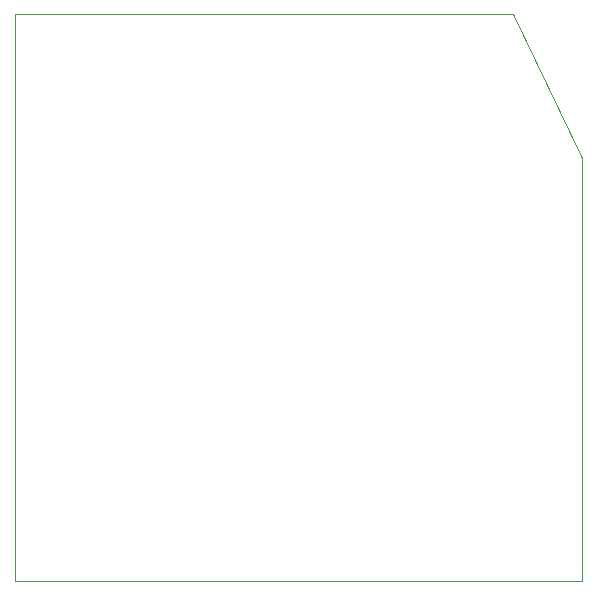
<source format=gbr>
%TF.GenerationSoftware,KiCad,Pcbnew,(6.0.6)*%
%TF.CreationDate,2022-09-23T17:59:27-07:00*%
%TF.ProjectId,POWER_BOARD,504f5745-525f-4424-9f41-52442e6b6963,rev?*%
%TF.SameCoordinates,Original*%
%TF.FileFunction,Profile,NP*%
%FSLAX46Y46*%
G04 Gerber Fmt 4.6, Leading zero omitted, Abs format (unit mm)*
G04 Created by KiCad (PCBNEW (6.0.6)) date 2022-09-23 17:59:27*
%MOMM*%
%LPD*%
G01*
G04 APERTURE LIST*
%TA.AperFunction,Profile*%
%ADD10C,0.100000*%
%TD*%
G04 APERTURE END LIST*
D10*
X44196000Y-99060000D02*
X44196000Y-51054000D01*
X92202000Y-99060000D02*
X44196000Y-99060000D01*
X86360000Y-51054000D02*
X44196000Y-51054000D01*
X92202000Y-63246000D02*
X86360000Y-51054000D01*
X92202000Y-99060000D02*
X92202000Y-63246000D01*
M02*

</source>
